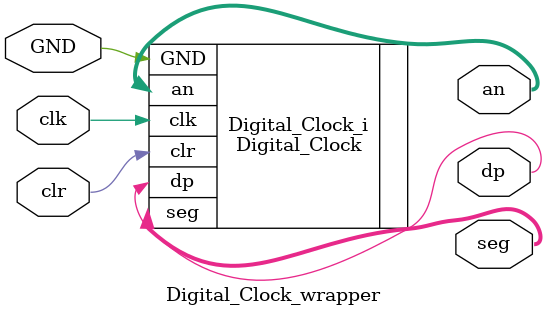
<source format=v>
`timescale 1 ps / 1 ps

module Digital_Clock_wrapper
   (GND,
    an,
    clk,
    clr,
    dp,
    seg);
  input GND;
  output [3:0]an;
  input clk;
  input clr;
  output dp;
  output [6:0]seg;

  wire GND;
  wire [3:0]an;
  wire clk;
  wire clr;
  wire dp;
  wire [6:0]seg;

Digital_Clock Digital_Clock_i
       (.GND(GND),
        .an(an),
        .clk(clk),
        .clr(clr),
        .dp(dp),
        .seg(seg));
endmodule

</source>
